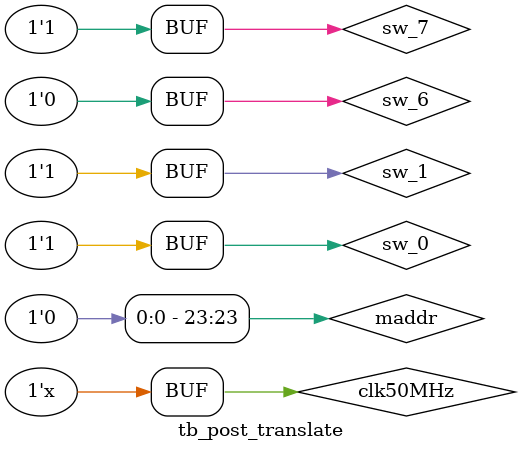
<source format=v>
`timescale 1ns / 1ps

module tb_post_translate();

reg clk50MHz;
reg sw_0;
reg sw_1;
reg sw_6;
reg sw_7;
wire mwe_L;
wire moe_L;
wire madv_L;
wire mclk;
wire mub_L;
wire mlb_L;
wire mce_L;
wire mcre;
wire [23:0] maddr;
assign maddr[23] = 1'b0;
wire [7:0] debug_out;
wire [15:0] mdata;
wire ready;
                                 
tb_impl_micron_controller ctrl(.clk50MHz(clk50MHz), 
                               .sw_0(sw_0), //LSb addr
                               .sw_1(sw_1), //MSb addr
                               .sw_6(sw_6), //we
                               .sw_7(sw_7), //en
                               .mwe_L(mwe_L),
                               .moe_L(moe_L),
                               .madv_L(madv_L),
                               .mclk(mclk),
                               .ready(ready),
                               .mub_L(mub_L),
                               .mlb_L(mlb_L),
                               .mce_L(mce_L),
                               .mcre(mcre),
                               .maddr(maddr),
                               .debug_out(debug_out),
                               .mem_data(mdata));

initial begin
    clk50MHz <= 0;
    sw_0 <= 0;
    sw_1 <= 0;
    sw_6 <= 0;
    sw_7 <= 0;
    #20
    sw_7 <= 1;
    sw_6 <= 1;
    #300
    sw_6 <= 0;
    #400
    sw_0 <= 1;
    sw_1 <= 0;
    #20
    sw_0 <= 0;
    sw_1 <= 1;
    #20
    sw_0 <= 1;
    sw_1 <= 1;
end

always begin
    #10 clk50MHz = ~clk50MHz;
end

micron_sram #(.NUM_ELEMENTS(8)) ram (.clk(mclk),
                 .addr(maddr),
                 .adv_L(madv_L),
                 .ce_L(mce_L),
                 .oe_L(moe_L),
                 .we_L(mwe_L),
                 .mem_wait(mem_wait),
                 .data(mdata),
                 .ub_L(mub_L),
                 .lb_L(mlb_L));  
                 
endmodule


</source>
